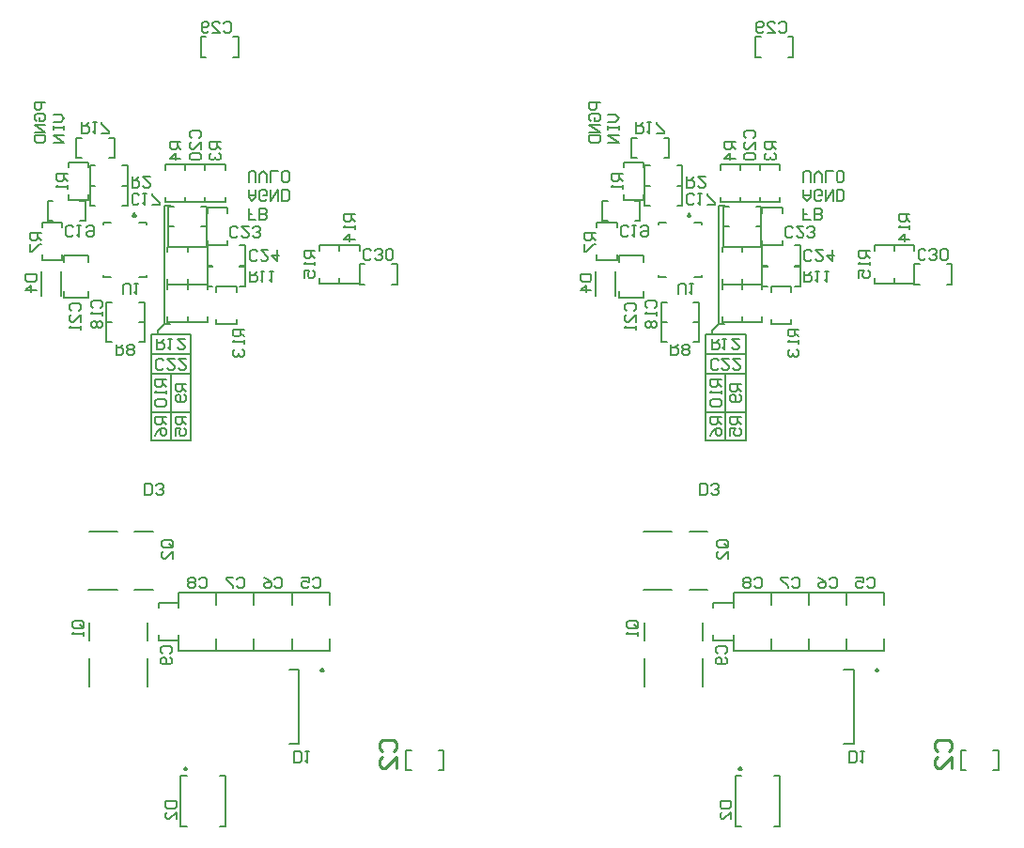
<source format=gbo>
G04*
G04 #@! TF.GenerationSoftware,Altium Limited,Altium Designer,20.0.10 (225)*
G04*
G04 Layer_Color=32896*
%FSLAX25Y25*%
%MOIN*%
G70*
G01*
G75*
%ADD10C,0.00787*%
%ADD23C,0.01000*%
%ADD55C,0.00984*%
%ADD57C,0.00591*%
%ADD94C,0.00394*%
D10*
X252362Y151575D02*
Y161811D01*
X251969Y192913D02*
X251181D01*
X251181Y192913D02*
X251181Y192913D01*
X247638Y189370D02*
Y190551D01*
X250000Y192913D01*
Y235039D01*
X251181Y192913D02*
X250000D01*
Y199606D01*
X252362Y235039D02*
X250000D01*
X243898Y228248D02*
Y228937D01*
X241240D01*
X231201D02*
X228543D01*
Y228248D02*
Y228937D01*
Y209646D02*
Y210335D01*
X231201Y209646D02*
X228543D01*
X243898D02*
Y210335D01*
Y209646D02*
X241240D01*
X297835Y70276D02*
X294291D01*
X297835Y43898D02*
Y70276D01*
Y43898D02*
X294291D01*
X255906Y14567D02*
Y32677D01*
X271654Y14567D02*
Y32677D01*
X257972D02*
X255906D01*
X257972Y14567D02*
X255906D01*
X271654Y32677D02*
X269587D01*
X271654Y14567D02*
X269587D01*
X259449Y161811D02*
X245276D01*
X252362D02*
Y175197D01*
X259449D02*
X245276D01*
X259449Y182283D02*
X245276D01*
Y151575D02*
Y189370D01*
X259449Y151575D02*
X245276D01*
X259449D02*
Y189370D01*
X245276D01*
X207874Y271654D02*
X203938D01*
Y269686D01*
X204594Y269030D01*
X205906D01*
X206562Y269686D01*
Y271654D01*
X204594Y265094D02*
X203938Y265750D01*
Y267062D01*
X204594Y267718D01*
X207218D01*
X207874Y267062D01*
Y265750D01*
X207218Y265094D01*
X205906D01*
Y266406D01*
X207874Y263782D02*
X203938D01*
X207874Y261158D01*
X203938D01*
Y259846D02*
X207874D01*
Y257878D01*
X207218Y257223D01*
X204594D01*
X203938Y257878D01*
Y259846D01*
X210631Y267323D02*
X213255D01*
X214567Y266011D01*
X213255Y264699D01*
X210631D01*
Y263387D02*
Y262075D01*
Y262731D01*
X214567D01*
Y263387D01*
Y262075D01*
Y260107D02*
X210631D01*
X214567Y257484D01*
X210631D01*
X279921Y240551D02*
Y237927D01*
X281233Y236615D01*
X282545Y237927D01*
Y240551D01*
Y238583D01*
X279921D01*
X286481Y237271D02*
X285825Y236615D01*
X284513D01*
X283857Y237271D01*
Y239895D01*
X284513Y240551D01*
X285825D01*
X286481Y239895D01*
Y238583D01*
X285169D01*
X287793Y240551D02*
Y236615D01*
X290417Y240551D01*
Y236615D01*
X291728D02*
Y240551D01*
X293696D01*
X294352Y239895D01*
Y237271D01*
X293696Y236615D01*
X291728D01*
X282545Y229923D02*
X279921D01*
Y231890D01*
X281233D01*
X279921D01*
Y233858D01*
X283857Y229923D02*
Y233858D01*
X285825D01*
X286481Y233202D01*
Y232546D01*
X285825Y231890D01*
X283857D01*
X285825D01*
X286481Y231235D01*
Y230578D01*
X285825Y229923D01*
X283857D01*
X279921Y243308D02*
Y246588D01*
X280577Y247244D01*
X281889D01*
X282545Y246588D01*
Y243308D01*
X283857D02*
Y245932D01*
X285169Y247244D01*
X286481Y245932D01*
Y243308D01*
X287793D02*
Y247244D01*
X290417D01*
X293696Y243308D02*
X292384D01*
X291728Y243964D01*
Y246588D01*
X292384Y247244D01*
X293696D01*
X294352Y246588D01*
Y243964D01*
X293696Y243308D01*
X271128Y299737D02*
X271784Y300393D01*
X273096D01*
X273752Y299737D01*
Y297113D01*
X273096Y296457D01*
X271784D01*
X271128Y297113D01*
X267192Y296457D02*
X269816D01*
X267192Y299081D01*
Y299737D01*
X267848Y300393D01*
X269160D01*
X269816Y299737D01*
X265880Y297113D02*
X265224Y296457D01*
X263912D01*
X263256Y297113D01*
Y299737D01*
X263912Y300393D01*
X265224D01*
X265880Y299737D01*
Y299081D01*
X265224Y298425D01*
X263256D01*
X243177Y132284D02*
Y136220D01*
X245145D01*
X245801Y135564D01*
Y132940D01*
X245145Y132284D01*
X243177D01*
X247113Y132940D02*
X247769Y132284D01*
X249080D01*
X249736Y132940D01*
Y133596D01*
X249080Y134252D01*
X248425D01*
X249080D01*
X249736Y134908D01*
Y135564D01*
X249080Y136220D01*
X247769D01*
X247113Y135564D01*
X250787Y159973D02*
X246851D01*
Y158005D01*
X247507Y157349D01*
X248819D01*
X249475Y158005D01*
Y159973D01*
Y158661D02*
X250787Y157349D01*
X246851Y153413D02*
X247507Y154725D01*
X248819Y156037D01*
X250131D01*
X250787Y155381D01*
Y154069D01*
X250131Y153413D01*
X249475D01*
X248819Y154069D01*
Y156037D01*
X220671Y264566D02*
Y260630D01*
X222639D01*
X223295Y261286D01*
Y262598D01*
X222639Y263254D01*
X220671D01*
X221983D02*
X223295Y264566D01*
X224607D02*
X225919D01*
X225263D01*
Y260630D01*
X224607Y261286D01*
X227886Y260630D02*
X230510D01*
Y261286D01*
X227886Y263910D01*
Y264566D01*
X303543Y219093D02*
X299607D01*
Y217125D01*
X300263Y216469D01*
X301575D01*
X302231Y217125D01*
Y219093D01*
Y217781D02*
X303543Y216469D01*
Y215157D02*
Y213845D01*
Y214501D01*
X299607D01*
X300263Y215157D01*
X299607Y209254D02*
Y211877D01*
X301575D01*
X300919Y210565D01*
Y209910D01*
X301575Y209254D01*
X302887D01*
X303543Y209910D01*
Y211221D01*
X302887Y211877D01*
X317716Y232085D02*
X313780D01*
Y230117D01*
X314436Y229461D01*
X315748D01*
X316404Y230117D01*
Y232085D01*
Y230773D02*
X317716Y229461D01*
Y228149D02*
Y226837D01*
Y227493D01*
X313780D01*
X314436Y228149D01*
X317716Y222902D02*
X313780D01*
X315748Y224869D01*
Y222246D01*
X323360Y216405D02*
X322705Y215749D01*
X321393D01*
X320737Y216405D01*
Y219028D01*
X321393Y219684D01*
X322705D01*
X323360Y219028D01*
X324672Y216405D02*
X325328Y215749D01*
X326640D01*
X327296Y216405D01*
Y217061D01*
X326640Y217717D01*
X325984D01*
X326640D01*
X327296Y218373D01*
Y219028D01*
X326640Y219684D01*
X325328D01*
X324672Y219028D01*
X328608Y216405D02*
X329264Y215749D01*
X330576D01*
X331232Y216405D01*
Y219028D01*
X330576Y219684D01*
X329264D01*
X328608Y219028D01*
Y216405D01*
X200788Y210760D02*
X204724D01*
Y208792D01*
X204068Y208136D01*
X201444D01*
X200788Y208792D01*
Y210760D01*
X204724Y204856D02*
X200788D01*
X202756Y206824D01*
Y204201D01*
X296195Y37402D02*
Y41338D01*
X298163D01*
X298819Y40682D01*
Y38058D01*
X298163Y37402D01*
X296195D01*
X300131Y41338D02*
X301443D01*
X300787D01*
Y37402D01*
X300131Y38058D01*
X250787Y173424D02*
X246851D01*
Y171456D01*
X247507Y170800D01*
X248819D01*
X249475Y171456D01*
Y173424D01*
Y172112D02*
X250787Y170800D01*
Y169488D02*
Y168176D01*
Y168832D01*
X246851D01*
X247507Y169488D01*
Y166208D02*
X246851Y165552D01*
Y164240D01*
X247507Y163584D01*
X250131D01*
X250787Y164240D01*
Y165552D01*
X250131Y166208D01*
X247507D01*
X257873Y171784D02*
X253938D01*
Y169816D01*
X254594Y169160D01*
X255906D01*
X256561Y169816D01*
Y171784D01*
Y170472D02*
X257873Y169160D01*
X257217Y167848D02*
X257873Y167192D01*
Y165880D01*
X257217Y165224D01*
X254594D01*
X253938Y165880D01*
Y167192D01*
X254594Y167848D01*
X255250D01*
X255906Y167192D01*
Y165224D01*
X280315Y211810D02*
Y207875D01*
X282283D01*
X282939Y208531D01*
Y209842D01*
X282283Y210498D01*
X280315D01*
X281627D02*
X282939Y211810D01*
X284251D02*
X285563D01*
X284907D01*
Y207875D01*
X284251Y208531D01*
X287530Y211810D02*
X288842D01*
X288187D01*
Y207875D01*
X287530Y208531D01*
X247443Y187795D02*
Y183859D01*
X249410D01*
X250066Y184515D01*
Y185827D01*
X249410Y186483D01*
X247443D01*
X248754D02*
X250066Y187795D01*
X251378D02*
X252690D01*
X252034D01*
Y183859D01*
X251378Y184515D01*
X257282Y187795D02*
X254658D01*
X257282Y185171D01*
Y184515D01*
X256626Y183859D01*
X255314D01*
X254658Y184515D01*
X276116Y224279D02*
X275460Y223623D01*
X274149D01*
X273493Y224279D01*
Y226903D01*
X274149Y227558D01*
X275460D01*
X276116Y226903D01*
X280052Y227558D02*
X277428D01*
X280052Y224935D01*
Y224279D01*
X279396Y223623D01*
X278084D01*
X277428Y224279D01*
X281364D02*
X282020Y223623D01*
X283332D01*
X283988Y224279D01*
Y224935D01*
X283332Y225590D01*
X282676D01*
X283332D01*
X283988Y226247D01*
Y226903D01*
X283332Y227558D01*
X282020D01*
X281364Y226903D01*
X282939Y216011D02*
X282283Y215355D01*
X280971D01*
X280315Y216011D01*
Y218635D01*
X280971Y219291D01*
X282283D01*
X282939Y218635D01*
X286875Y219291D02*
X284251D01*
X286875Y216667D01*
Y216011D01*
X286219Y215355D01*
X284907D01*
X284251Y216011D01*
X290154Y219291D02*
Y215355D01*
X288186Y217323D01*
X290810D01*
X249738Y177428D02*
X249082Y176772D01*
X247771D01*
X247115Y177428D01*
Y180052D01*
X247771Y180708D01*
X249082D01*
X249738Y180052D01*
X253674Y180708D02*
X251050D01*
X253674Y178084D01*
Y177428D01*
X253018Y176772D01*
X251706D01*
X251050Y177428D01*
X257610Y180708D02*
X254986D01*
X257610Y178084D01*
Y177428D01*
X256954Y176772D01*
X255642D01*
X254986Y177428D01*
X278346Y191140D02*
X274410D01*
Y189172D01*
X275066Y188516D01*
X276378D01*
X277034Y189172D01*
Y191140D01*
Y189828D02*
X278346Y188516D01*
Y187204D02*
Y185892D01*
Y186548D01*
X274410D01*
X275066Y187204D01*
Y183925D02*
X274410Y183269D01*
Y181957D01*
X275066Y181301D01*
X275722D01*
X276378Y181957D01*
Y182613D01*
Y181957D01*
X277034Y181301D01*
X277690D01*
X278346Y181957D01*
Y183269D01*
X277690Y183925D01*
X257873Y159973D02*
X253938D01*
Y158005D01*
X254594Y157349D01*
X255906D01*
X256561Y158005D01*
Y159973D01*
Y158661D02*
X257873Y157349D01*
X253938Y153413D02*
Y156037D01*
X255906D01*
X255250Y154725D01*
Y154069D01*
X255906Y153413D01*
X257217D01*
X257873Y154069D01*
Y155381D01*
X257217Y156037D01*
X235565Y203544D02*
Y206824D01*
X236221Y207480D01*
X237533D01*
X238189Y206824D01*
Y203544D01*
X239501Y207480D02*
X240813D01*
X240157D01*
Y203544D01*
X239501Y204200D01*
X232941Y185826D02*
Y181890D01*
X234909D01*
X235564Y182546D01*
Y183858D01*
X234909Y184514D01*
X232941D01*
X234253D02*
X235564Y185826D01*
X236876Y182546D02*
X237532Y181890D01*
X238844D01*
X239500Y182546D01*
Y183202D01*
X238844Y183858D01*
X239500Y184514D01*
Y185170D01*
X238844Y185826D01*
X237532D01*
X236876Y185170D01*
Y184514D01*
X237532Y183858D01*
X236876Y183202D01*
Y182546D01*
X237532Y183858D02*
X238844D01*
X255905Y257741D02*
X251969D01*
Y255773D01*
X252625Y255117D01*
X253937D01*
X254593Y255773D01*
Y257741D01*
Y256429D02*
X255905Y255117D01*
Y251837D02*
X251969D01*
X253937Y253805D01*
Y251181D01*
X206299Y225327D02*
X202363D01*
Y223359D01*
X203019Y222703D01*
X204331D01*
X204987Y223359D01*
Y225327D01*
Y224015D02*
X206299Y222703D01*
X202363Y221391D02*
Y218767D01*
X203019D01*
X205643Y221391D01*
X206299D01*
X270078Y257741D02*
X266142D01*
Y255773D01*
X266798Y255117D01*
X268110D01*
X268766Y255773D01*
Y257741D01*
Y256429D02*
X270078Y255117D01*
X266798Y253805D02*
X266142Y253149D01*
Y251837D01*
X266798Y251181D01*
X267454D01*
X268110Y251837D01*
Y252493D01*
Y251837D01*
X268766Y251181D01*
X269422D01*
X270078Y251837D01*
Y253149D01*
X269422Y253805D01*
X215747Y246325D02*
X211812D01*
Y244357D01*
X212468Y243701D01*
X213779D01*
X214436Y244357D01*
Y246325D01*
Y245013D02*
X215747Y243701D01*
Y242389D02*
Y241077D01*
Y241733D01*
X211812D01*
X212468Y242389D01*
X238583Y245275D02*
Y241339D01*
X240550D01*
X241207Y241995D01*
Y243307D01*
X240550Y243963D01*
X238583D01*
X239895D02*
X241207Y245275D01*
X245142D02*
X242518D01*
X245142Y242651D01*
Y241995D01*
X244486Y241339D01*
X243174D01*
X242518Y241995D01*
X289239Y102492D02*
X289895Y103148D01*
X291207D01*
X291863Y102492D01*
Y99869D01*
X291207Y99213D01*
X289895D01*
X289239Y99869D01*
X285303Y103148D02*
X286615Y102492D01*
X287927Y101181D01*
Y99869D01*
X287271Y99213D01*
X285959D01*
X285303Y99869D01*
Y100524D01*
X285959Y101181D01*
X287927D01*
X259712Y259053D02*
X259056Y259708D01*
Y261020D01*
X259712Y261676D01*
X262335D01*
X262991Y261020D01*
Y259708D01*
X262335Y259053D01*
X262991Y255117D02*
Y257741D01*
X260368Y255117D01*
X259712D01*
X259056Y255773D01*
Y257085D01*
X259712Y257741D01*
Y253805D02*
X259056Y253149D01*
Y251837D01*
X259712Y251181D01*
X262335D01*
X262991Y251837D01*
Y253149D01*
X262335Y253805D01*
X259712D01*
X217783Y224672D02*
X217127Y224016D01*
X215815D01*
X215159Y224672D01*
Y227296D01*
X215815Y227952D01*
X217127D01*
X217783Y227296D01*
X219095Y227952D02*
X220407D01*
X219751D01*
Y224016D01*
X219095Y224672D01*
X222375Y227296D02*
X223030Y227952D01*
X224342D01*
X224998Y227296D01*
Y224672D01*
X224342Y224016D01*
X223030D01*
X222375Y224672D01*
Y225328D01*
X223030Y225984D01*
X224998D01*
X224672Y198752D02*
X224016Y199408D01*
Y200720D01*
X224672Y201376D01*
X227296D01*
X227952Y200720D01*
Y199408D01*
X227296Y198752D01*
X227952Y197441D02*
Y196129D01*
Y196785D01*
X224016D01*
X224672Y197441D01*
Y194161D02*
X224016Y193505D01*
Y192193D01*
X224672Y191537D01*
X225328D01*
X225984Y192193D01*
X226640Y191537D01*
X227296D01*
X227952Y192193D01*
Y193505D01*
X227296Y194161D01*
X226640D01*
X225984Y193505D01*
X225328Y194161D01*
X224672D01*
X225984Y193505D02*
Y192193D01*
X302625Y102492D02*
X303280Y103148D01*
X304592D01*
X305248Y102492D01*
Y99869D01*
X304592Y99213D01*
X303280D01*
X302625Y99869D01*
X298689Y103148D02*
X301313D01*
Y101181D01*
X300001Y101836D01*
X299345D01*
X298689Y101181D01*
Y99869D01*
X299345Y99213D01*
X300657D01*
X301313Y99869D01*
X241207Y236090D02*
X240550Y235434D01*
X239239D01*
X238583Y236090D01*
Y238714D01*
X239239Y239369D01*
X240550D01*
X241207Y238714D01*
X242518Y239369D02*
X243830D01*
X243174D01*
Y235434D01*
X242518Y236090D01*
X245798Y235434D02*
X248422D01*
Y236090D01*
X245798Y238714D01*
Y239369D01*
X217192Y197637D02*
X216536Y198293D01*
Y199605D01*
X217192Y200261D01*
X219816D01*
X220472Y199605D01*
Y198293D01*
X219816Y197637D01*
X220472Y193701D02*
Y196325D01*
X217848Y193701D01*
X217192D01*
X216536Y194357D01*
Y195669D01*
X217192Y196325D01*
X220472Y192390D02*
Y191078D01*
Y191734D01*
X216536D01*
X217192Y192390D01*
X275853Y102492D02*
X276509Y103148D01*
X277821D01*
X278477Y102492D01*
Y99869D01*
X277821Y99213D01*
X276509D01*
X275853Y99869D01*
X274541Y103148D02*
X271917D01*
Y102492D01*
X274541Y99869D01*
Y99213D01*
X252493Y113648D02*
X249869D01*
X249213Y114304D01*
Y115616D01*
X249869Y116272D01*
X252493D01*
X253149Y115616D01*
Y114304D01*
X251837Y114960D02*
X253149Y113648D01*
Y114304D02*
X252493Y113648D01*
X253149Y109712D02*
Y112336D01*
X250525Y109712D01*
X249869D01*
X249213Y110368D01*
Y111680D01*
X249869Y112336D01*
X220603Y85039D02*
X217979D01*
X217323Y85695D01*
Y87007D01*
X217979Y87663D01*
X220603D01*
X221259Y87007D01*
Y85695D01*
X219947Y86351D02*
X221259Y85039D01*
Y85695D02*
X220603Y85039D01*
X221259Y83727D02*
Y82415D01*
Y83072D01*
X217323D01*
X217979Y83727D01*
X249476Y76116D02*
X248819Y76772D01*
Y78084D01*
X249476Y78740D01*
X252099D01*
X252755Y78084D01*
Y76772D01*
X252099Y76116D01*
Y74804D02*
X252755Y74148D01*
Y72837D01*
X252099Y72181D01*
X249476D01*
X248819Y72837D01*
Y74148D01*
X249476Y74804D01*
X250132D01*
X250787Y74148D01*
Y72181D01*
X250394Y23752D02*
X254330D01*
Y21784D01*
X253674Y21128D01*
X251050D01*
X250394Y21784D01*
Y23752D01*
X254330Y17193D02*
Y19816D01*
X251706Y17193D01*
X251050D01*
X250394Y17849D01*
Y19161D01*
X251050Y19816D01*
X262467Y102492D02*
X263123Y103148D01*
X264435D01*
X265091Y102492D01*
Y99869D01*
X264435Y99213D01*
X263123D01*
X262467Y99869D01*
X261155Y102492D02*
X260499Y103148D01*
X259187D01*
X258531Y102492D01*
Y101836D01*
X259187Y101181D01*
X258531Y100524D01*
Y99869D01*
X259187Y99213D01*
X260499D01*
X261155Y99869D01*
Y100524D01*
X260499Y101181D01*
X261155Y101836D01*
Y102492D01*
X260499Y101181D02*
X259187D01*
X55512Y151575D02*
Y161811D01*
X55118Y192913D02*
X54331D01*
X54331Y192913D02*
X54331Y192913D01*
X50787Y189370D02*
Y190551D01*
X53150Y192913D01*
Y235039D01*
X54331Y192913D02*
X53150D01*
Y199606D01*
X55512Y235039D02*
X53150D01*
X47047Y228248D02*
Y228937D01*
X44390D01*
X34350D02*
X31693D01*
Y228248D02*
Y228937D01*
Y209646D02*
Y210335D01*
X34350Y209646D02*
X31693D01*
X47047D02*
Y210335D01*
Y209646D02*
X44390D01*
X100984Y70276D02*
X97441D01*
X100984Y43898D02*
Y70276D01*
Y43898D02*
X97441D01*
X59055Y14567D02*
Y32677D01*
X74803Y14567D02*
Y32677D01*
X61122D02*
X59055D01*
X61122Y14567D02*
X59055D01*
X74803Y32677D02*
X72736D01*
X74803Y14567D02*
X72736D01*
X62598Y161811D02*
X48425D01*
X55512D02*
Y175197D01*
X62598D02*
X48425D01*
X62598Y182283D02*
X48425D01*
Y151575D02*
Y189370D01*
X62598Y151575D02*
X48425D01*
X62598D02*
Y189370D01*
X48425D01*
X11024Y271654D02*
X7088D01*
Y269686D01*
X7744Y269030D01*
X9056D01*
X9712Y269686D01*
Y271654D01*
X7744Y265094D02*
X7088Y265750D01*
Y267062D01*
X7744Y267718D01*
X10368D01*
X11024Y267062D01*
Y265750D01*
X10368Y265094D01*
X9056D01*
Y266406D01*
X11024Y263782D02*
X7088D01*
X11024Y261158D01*
X7088D01*
Y259846D02*
X11024D01*
Y257878D01*
X10368Y257223D01*
X7744D01*
X7088Y257878D01*
Y259846D01*
X13781Y267323D02*
X16405D01*
X17717Y266011D01*
X16405Y264699D01*
X13781D01*
Y263387D02*
Y262075D01*
Y262731D01*
X17717D01*
Y263387D01*
Y262075D01*
Y260107D02*
X13781D01*
X17717Y257484D01*
X13781D01*
X83071Y240551D02*
Y237927D01*
X84383Y236615D01*
X85695Y237927D01*
Y240551D01*
Y238583D01*
X83071D01*
X89630Y237271D02*
X88974Y236615D01*
X87663D01*
X87007Y237271D01*
Y239895D01*
X87663Y240551D01*
X88974D01*
X89630Y239895D01*
Y238583D01*
X88319D01*
X90942Y240551D02*
Y236615D01*
X93566Y240551D01*
Y236615D01*
X94878D02*
Y240551D01*
X96846D01*
X97502Y239895D01*
Y237271D01*
X96846Y236615D01*
X94878D01*
X85695Y229923D02*
X83071D01*
Y231890D01*
X84383D01*
X83071D01*
Y233858D01*
X87007Y229923D02*
Y233858D01*
X88974D01*
X89630Y233202D01*
Y232546D01*
X88974Y231890D01*
X87007D01*
X88974D01*
X89630Y231235D01*
Y230578D01*
X88974Y229923D01*
X87007D01*
X83071Y243308D02*
Y246588D01*
X83727Y247244D01*
X85039D01*
X85695Y246588D01*
Y243308D01*
X87007D02*
Y245932D01*
X88319Y247244D01*
X89630Y245932D01*
Y243308D01*
X90942D02*
Y247244D01*
X93566D01*
X96846Y243308D02*
X95534D01*
X94878Y243964D01*
Y246588D01*
X95534Y247244D01*
X96846D01*
X97502Y246588D01*
Y243964D01*
X96846Y243308D01*
X74277Y299737D02*
X74933Y300393D01*
X76245D01*
X76901Y299737D01*
Y297113D01*
X76245Y296457D01*
X74933D01*
X74277Y297113D01*
X70342Y296457D02*
X72966D01*
X70342Y299081D01*
Y299737D01*
X70998Y300393D01*
X72309D01*
X72966Y299737D01*
X69030Y297113D02*
X68374Y296457D01*
X67062D01*
X66406Y297113D01*
Y299737D01*
X67062Y300393D01*
X68374D01*
X69030Y299737D01*
Y299081D01*
X68374Y298425D01*
X66406D01*
X46327Y132284D02*
Y136220D01*
X48294D01*
X48950Y135564D01*
Y132940D01*
X48294Y132284D01*
X46327D01*
X50262Y132940D02*
X50918Y132284D01*
X52230D01*
X52886Y132940D01*
Y133596D01*
X52230Y134252D01*
X51574D01*
X52230D01*
X52886Y134908D01*
Y135564D01*
X52230Y136220D01*
X50918D01*
X50262Y135564D01*
X53936Y159973D02*
X50001D01*
Y158005D01*
X50657Y157349D01*
X51968D01*
X52624Y158005D01*
Y159973D01*
Y158661D02*
X53936Y157349D01*
X50001Y153413D02*
X50657Y154725D01*
X51968Y156037D01*
X53280D01*
X53936Y155381D01*
Y154069D01*
X53280Y153413D01*
X52624D01*
X51968Y154069D01*
Y156037D01*
X23821Y264566D02*
Y260630D01*
X25788D01*
X26444Y261286D01*
Y262598D01*
X25788Y263254D01*
X23821D01*
X25132D02*
X26444Y264566D01*
X27756D02*
X29068D01*
X28412D01*
Y260630D01*
X27756Y261286D01*
X31036Y260630D02*
X33660D01*
Y261286D01*
X31036Y263910D01*
Y264566D01*
X106692Y219093D02*
X102757D01*
Y217125D01*
X103412Y216469D01*
X104724D01*
X105380Y217125D01*
Y219093D01*
Y217781D02*
X106692Y216469D01*
Y215157D02*
Y213845D01*
Y214501D01*
X102757D01*
X103412Y215157D01*
X102757Y209254D02*
Y211877D01*
X104724D01*
X104069Y210565D01*
Y209910D01*
X104724Y209254D01*
X106036D01*
X106692Y209910D01*
Y211221D01*
X106036Y211877D01*
X120865Y232085D02*
X116930D01*
Y230117D01*
X117586Y229461D01*
X118898D01*
X119554Y230117D01*
Y232085D01*
Y230773D02*
X120865Y229461D01*
Y228149D02*
Y226837D01*
Y227493D01*
X116930D01*
X117586Y228149D01*
X120865Y222902D02*
X116930D01*
X118898Y224869D01*
Y222246D01*
X126510Y216405D02*
X125854Y215749D01*
X124542D01*
X123886Y216405D01*
Y219028D01*
X124542Y219684D01*
X125854D01*
X126510Y219028D01*
X127822Y216405D02*
X128478Y215749D01*
X129790D01*
X130446Y216405D01*
Y217061D01*
X129790Y217717D01*
X129134D01*
X129790D01*
X130446Y218373D01*
Y219028D01*
X129790Y219684D01*
X128478D01*
X127822Y219028D01*
X131758Y216405D02*
X132414Y215749D01*
X133726D01*
X134381Y216405D01*
Y219028D01*
X133726Y219684D01*
X132414D01*
X131758Y219028D01*
Y216405D01*
X3938Y210760D02*
X7873D01*
Y208792D01*
X7217Y208136D01*
X4594D01*
X3938Y208792D01*
Y210760D01*
X7873Y204856D02*
X3938D01*
X5906Y206824D01*
Y204201D01*
X99345Y37402D02*
Y41338D01*
X101313D01*
X101969Y40682D01*
Y38058D01*
X101313Y37402D01*
X99345D01*
X103280Y41338D02*
X104592D01*
X103936D01*
Y37402D01*
X103280Y38058D01*
X53936Y173424D02*
X50001D01*
Y171456D01*
X50657Y170800D01*
X51968D01*
X52624Y171456D01*
Y173424D01*
Y172112D02*
X53936Y170800D01*
Y169488D02*
Y168176D01*
Y168832D01*
X50001D01*
X50657Y169488D01*
Y166208D02*
X50001Y165552D01*
Y164240D01*
X50657Y163584D01*
X53280D01*
X53936Y164240D01*
Y165552D01*
X53280Y166208D01*
X50657D01*
X61023Y171784D02*
X57087D01*
Y169816D01*
X57743Y169160D01*
X59055D01*
X59711Y169816D01*
Y171784D01*
Y170472D02*
X61023Y169160D01*
X60367Y167848D02*
X61023Y167192D01*
Y165880D01*
X60367Y165224D01*
X57743D01*
X57087Y165880D01*
Y167192D01*
X57743Y167848D01*
X58399D01*
X59055Y167192D01*
Y165224D01*
X83465Y211810D02*
Y207875D01*
X85432D01*
X86088Y208531D01*
Y209842D01*
X85432Y210498D01*
X83465D01*
X84777D02*
X86088Y211810D01*
X87400D02*
X88712D01*
X88056D01*
Y207875D01*
X87400Y208531D01*
X90680Y211810D02*
X91992D01*
X91336D01*
Y207875D01*
X90680Y208531D01*
X50592Y187795D02*
Y183859D01*
X52560D01*
X53216Y184515D01*
Y185827D01*
X52560Y186483D01*
X50592D01*
X51904D02*
X53216Y187795D01*
X54528D02*
X55840D01*
X55184D01*
Y183859D01*
X54528Y184515D01*
X60431Y187795D02*
X57808D01*
X60431Y185171D01*
Y184515D01*
X59776Y183859D01*
X58464D01*
X57808Y184515D01*
X79266Y224279D02*
X78610Y223623D01*
X77298D01*
X76642Y224279D01*
Y226903D01*
X77298Y227558D01*
X78610D01*
X79266Y226903D01*
X83202Y227558D02*
X80578D01*
X83202Y224935D01*
Y224279D01*
X82546Y223623D01*
X81234D01*
X80578Y224279D01*
X84514D02*
X85170Y223623D01*
X86481D01*
X87137Y224279D01*
Y224935D01*
X86481Y225590D01*
X85826D01*
X86481D01*
X87137Y226247D01*
Y226903D01*
X86481Y227558D01*
X85170D01*
X84514Y226903D01*
X86088Y216011D02*
X85432Y215355D01*
X84121D01*
X83465Y216011D01*
Y218635D01*
X84121Y219291D01*
X85432D01*
X86088Y218635D01*
X90024Y219291D02*
X87400D01*
X90024Y216667D01*
Y216011D01*
X89368Y215355D01*
X88056D01*
X87400Y216011D01*
X93304Y219291D02*
Y215355D01*
X91336Y217323D01*
X93960D01*
X52888Y177428D02*
X52232Y176772D01*
X50920D01*
X50264Y177428D01*
Y180052D01*
X50920Y180708D01*
X52232D01*
X52888Y180052D01*
X56824Y180708D02*
X54200D01*
X56824Y178084D01*
Y177428D01*
X56168Y176772D01*
X54856D01*
X54200Y177428D01*
X60760Y180708D02*
X58136D01*
X60760Y178084D01*
Y177428D01*
X60103Y176772D01*
X58792D01*
X58136Y177428D01*
X81495Y191140D02*
X77560D01*
Y189172D01*
X78216Y188516D01*
X79528D01*
X80184Y189172D01*
Y191140D01*
Y189828D02*
X81495Y188516D01*
Y187204D02*
Y185892D01*
Y186548D01*
X77560D01*
X78216Y187204D01*
Y183925D02*
X77560Y183269D01*
Y181957D01*
X78216Y181301D01*
X78872D01*
X79528Y181957D01*
Y182613D01*
Y181957D01*
X80184Y181301D01*
X80840D01*
X81495Y181957D01*
Y183269D01*
X80840Y183925D01*
X61023Y159973D02*
X57087D01*
Y158005D01*
X57743Y157349D01*
X59055D01*
X59711Y158005D01*
Y159973D01*
Y158661D02*
X61023Y157349D01*
X57087Y153413D02*
Y156037D01*
X59055D01*
X58399Y154725D01*
Y154069D01*
X59055Y153413D01*
X60367D01*
X61023Y154069D01*
Y155381D01*
X60367Y156037D01*
X38715Y203544D02*
Y206824D01*
X39371Y207480D01*
X40683D01*
X41339Y206824D01*
Y203544D01*
X42650Y207480D02*
X43962D01*
X43306D01*
Y203544D01*
X42650Y204200D01*
X36090Y185826D02*
Y181890D01*
X38058D01*
X38714Y182546D01*
Y183858D01*
X38058Y184514D01*
X36090D01*
X37402D02*
X38714Y185826D01*
X40026Y182546D02*
X40682Y181890D01*
X41994D01*
X42650Y182546D01*
Y183202D01*
X41994Y183858D01*
X42650Y184514D01*
Y185170D01*
X41994Y185826D01*
X40682D01*
X40026Y185170D01*
Y184514D01*
X40682Y183858D01*
X40026Y183202D01*
Y182546D01*
X40682Y183858D02*
X41994D01*
X59054Y257741D02*
X55119D01*
Y255773D01*
X55775Y255117D01*
X57087D01*
X57743Y255773D01*
Y257741D01*
Y256429D02*
X59054Y255117D01*
Y251837D02*
X55119D01*
X57087Y253805D01*
Y251181D01*
X9448Y225327D02*
X5512D01*
Y223359D01*
X6168Y222703D01*
X7480D01*
X8136Y223359D01*
Y225327D01*
Y224015D02*
X9448Y222703D01*
X5512Y221391D02*
Y218767D01*
X6168D01*
X8792Y221391D01*
X9448D01*
X73228Y257741D02*
X69292D01*
Y255773D01*
X69948Y255117D01*
X71260D01*
X71916Y255773D01*
Y257741D01*
Y256429D02*
X73228Y255117D01*
X69948Y253805D02*
X69292Y253149D01*
Y251837D01*
X69948Y251181D01*
X70604D01*
X71260Y251837D01*
Y252493D01*
Y251837D01*
X71916Y251181D01*
X72572D01*
X73228Y251837D01*
Y253149D01*
X72572Y253805D01*
X18897Y246325D02*
X14961D01*
Y244357D01*
X15617Y243701D01*
X16929D01*
X17585Y244357D01*
Y246325D01*
Y245013D02*
X18897Y243701D01*
Y242389D02*
Y241077D01*
Y241733D01*
X14961D01*
X15617Y242389D01*
X41732Y245275D02*
Y241339D01*
X43700D01*
X44356Y241995D01*
Y243307D01*
X43700Y243963D01*
X41732D01*
X43044D02*
X44356Y245275D01*
X48292D02*
X45668D01*
X48292Y242651D01*
Y241995D01*
X47636Y241339D01*
X46324D01*
X45668Y241995D01*
X92388Y102492D02*
X93044Y103148D01*
X94356D01*
X95012Y102492D01*
Y99869D01*
X94356Y99213D01*
X93044D01*
X92388Y99869D01*
X88453Y103148D02*
X89764Y102492D01*
X91076Y101181D01*
Y99869D01*
X90420Y99213D01*
X89109D01*
X88453Y99869D01*
Y100524D01*
X89109Y101181D01*
X91076D01*
X62861Y259053D02*
X62205Y259708D01*
Y261020D01*
X62861Y261676D01*
X65485D01*
X66141Y261020D01*
Y259708D01*
X65485Y259053D01*
X66141Y255117D02*
Y257741D01*
X63517Y255117D01*
X62861D01*
X62205Y255773D01*
Y257085D01*
X62861Y257741D01*
Y253805D02*
X62205Y253149D01*
Y251837D01*
X62861Y251181D01*
X65485D01*
X66141Y251837D01*
Y253149D01*
X65485Y253805D01*
X62861D01*
X20933Y224672D02*
X20277Y224016D01*
X18965D01*
X18309Y224672D01*
Y227296D01*
X18965Y227952D01*
X20277D01*
X20933Y227296D01*
X22244Y227952D02*
X23556D01*
X22900D01*
Y224016D01*
X22244Y224672D01*
X25524Y227296D02*
X26180Y227952D01*
X27492D01*
X28148Y227296D01*
Y224672D01*
X27492Y224016D01*
X26180D01*
X25524Y224672D01*
Y225328D01*
X26180Y225984D01*
X28148D01*
X27822Y198752D02*
X27166Y199408D01*
Y200720D01*
X27822Y201376D01*
X30446D01*
X31102Y200720D01*
Y199408D01*
X30446Y198752D01*
X31102Y197441D02*
Y196129D01*
Y196785D01*
X27166D01*
X27822Y197441D01*
Y194161D02*
X27166Y193505D01*
Y192193D01*
X27822Y191537D01*
X28478D01*
X29134Y192193D01*
X29790Y191537D01*
X30446D01*
X31102Y192193D01*
Y193505D01*
X30446Y194161D01*
X29790D01*
X29134Y193505D01*
X28478Y194161D01*
X27822D01*
X29134Y193505D02*
Y192193D01*
X105774Y102492D02*
X106430Y103148D01*
X107742D01*
X108398Y102492D01*
Y99869D01*
X107742Y99213D01*
X106430D01*
X105774Y99869D01*
X101838Y103148D02*
X104462D01*
Y101181D01*
X103150Y101836D01*
X102494D01*
X101838Y101181D01*
Y99869D01*
X102494Y99213D01*
X103806D01*
X104462Y99869D01*
X44356Y236090D02*
X43700Y235434D01*
X42388D01*
X41732Y236090D01*
Y238714D01*
X42388Y239369D01*
X43700D01*
X44356Y238714D01*
X45668Y239369D02*
X46980D01*
X46324D01*
Y235434D01*
X45668Y236090D01*
X48948Y235434D02*
X51572D01*
Y236090D01*
X48948Y238714D01*
Y239369D01*
X20342Y197637D02*
X19686Y198293D01*
Y199605D01*
X20342Y200261D01*
X22965D01*
X23621Y199605D01*
Y198293D01*
X22965Y197637D01*
X23621Y193701D02*
Y196325D01*
X20998Y193701D01*
X20342D01*
X19686Y194357D01*
Y195669D01*
X20342Y196325D01*
X23621Y192390D02*
Y191078D01*
Y191734D01*
X19686D01*
X20342Y192390D01*
X79002Y102492D02*
X79658Y103148D01*
X80970D01*
X81626Y102492D01*
Y99869D01*
X80970Y99213D01*
X79658D01*
X79002Y99869D01*
X77691Y103148D02*
X75067D01*
Y102492D01*
X77691Y99869D01*
Y99213D01*
X55643Y113648D02*
X53019D01*
X52363Y114304D01*
Y115616D01*
X53019Y116272D01*
X55643D01*
X56299Y115616D01*
Y114304D01*
X54987Y114960D02*
X56299Y113648D01*
Y114304D02*
X55643Y113648D01*
X56299Y109712D02*
Y112336D01*
X53675Y109712D01*
X53019D01*
X52363Y110368D01*
Y111680D01*
X53019Y112336D01*
X23753Y85039D02*
X21129D01*
X20473Y85695D01*
Y87007D01*
X21129Y87663D01*
X23753D01*
X24409Y87007D01*
Y85695D01*
X23097Y86351D02*
X24409Y85039D01*
Y85695D02*
X23753Y85039D01*
X24409Y83727D02*
Y82415D01*
Y83072D01*
X20473D01*
X21129Y83727D01*
X52625Y76116D02*
X51969Y76772D01*
Y78084D01*
X52625Y78740D01*
X55249D01*
X55905Y78084D01*
Y76772D01*
X55249Y76116D01*
Y74804D02*
X55905Y74148D01*
Y72837D01*
X55249Y72181D01*
X52625D01*
X51969Y72837D01*
Y74148D01*
X52625Y74804D01*
X53281D01*
X53937Y74148D01*
Y72181D01*
X53544Y23752D02*
X57480D01*
Y21784D01*
X56824Y21128D01*
X54200D01*
X53544Y21784D01*
Y23752D01*
X57480Y17193D02*
Y19816D01*
X54856Y17193D01*
X54200D01*
X53544Y17849D01*
Y19161D01*
X54200Y19816D01*
X65617Y102492D02*
X66273Y103148D01*
X67585D01*
X68240Y102492D01*
Y99869D01*
X67585Y99213D01*
X66273D01*
X65617Y99869D01*
X64305Y102492D02*
X63649Y103148D01*
X62337D01*
X61681Y102492D01*
Y101836D01*
X62337Y101181D01*
X61681Y100524D01*
Y99869D01*
X62337Y99213D01*
X63649D01*
X64305Y99869D01*
Y100524D01*
X63649Y101181D01*
X64305Y101836D01*
Y102492D01*
X63649Y101181D02*
X62337D01*
D23*
X327528Y41375D02*
X326529Y42375D01*
Y44374D01*
X327528Y45374D01*
X331527D01*
X332527Y44374D01*
Y42375D01*
X331527Y41375D01*
X332527Y35377D02*
Y39376D01*
X328528Y35377D01*
X327528D01*
X326529Y36377D01*
Y38376D01*
X327528Y39376D01*
X130678Y41375D02*
X129678Y42375D01*
Y44374D01*
X130678Y45374D01*
X134677D01*
X135676Y44374D01*
Y42375D01*
X134677Y41375D01*
X135676Y35377D02*
Y39376D01*
X131678Y35377D01*
X130678D01*
X129678Y36377D01*
Y38376D01*
X130678Y39376D01*
D55*
X239173Y232185D02*
X238747Y231447D01*
X239599D01*
X239173Y232185D01*
X305906Y70728D02*
X305479Y69990D01*
X306332D01*
X305906Y70728D01*
X257382Y35728D02*
X256956Y34990D01*
X257808D01*
X257382Y35728D01*
X42323Y232185D02*
X41897Y231447D01*
X42749D01*
X42323Y232185D01*
X109055Y70728D02*
X108629Y69990D01*
X109481D01*
X109055Y70728D01*
X60532Y35728D02*
X60105Y34990D01*
X60958D01*
X60532Y35728D01*
D57*
X276378Y287795D02*
X274508D01*
X276378Y294882D02*
X274508D01*
X276378Y287795D02*
Y294882D01*
X264862D02*
X262992D01*
X264862Y287795D02*
X262992D01*
Y294882D01*
X349213Y34646D02*
X347342D01*
X349213Y41732D02*
X347342D01*
X349213Y34646D02*
Y41732D01*
X337697D02*
X335827D01*
X337697Y34646D02*
X335827D01*
Y41732D01*
X223228Y202362D02*
Y204724D01*
Y202362D02*
X214567D01*
Y204724D01*
Y214961D02*
Y217323D01*
X223228D02*
X214567D01*
X223228Y214961D02*
Y217323D01*
X251181Y193701D02*
Y195571D01*
X258268Y193701D02*
Y195571D01*
Y193701D02*
X251181D01*
X258268Y205217D02*
Y207087D01*
X251181Y205217D02*
Y207087D01*
X258268D02*
X251181D01*
X233268Y119390D02*
X223327D01*
X233268Y98721D02*
X223228D01*
X245965Y119390D02*
X239567D01*
X245965Y98721D02*
X239567D01*
X223524Y64272D02*
Y74213D01*
X244193Y64173D02*
Y74213D01*
X223524Y80512D02*
Y86910D01*
X244193Y80512D02*
Y86910D01*
X213386Y203150D02*
Y211811D01*
X206299Y203150D02*
Y211811D01*
X268504Y97638D02*
X255118D01*
Y93405D02*
Y97638D01*
X268504Y93405D02*
X268504Y97638D01*
X268504Y77165D02*
X255118D01*
X268504D02*
Y81398D01*
X255118Y77165D02*
X255118Y81398D01*
X281890Y97638D02*
X268504D01*
Y93405D02*
Y97638D01*
X281890Y93405D02*
X281890Y97638D01*
X281890Y77165D02*
X268504D01*
X281890D02*
Y81398D01*
X268504Y77165D02*
X268504Y81398D01*
X295276Y97638D02*
X281890D01*
Y93405D02*
Y97638D01*
X295276Y93405D02*
X295276Y97638D01*
X295276Y77165D02*
X281890D01*
X295276D02*
Y81398D01*
X281890Y77165D02*
X281890Y81398D01*
X308661Y97638D02*
X295276D01*
Y93405D02*
Y97638D01*
X308661Y93405D02*
X308661Y97638D01*
X308661Y77165D02*
X295276D01*
X308661D02*
Y81398D01*
X295276Y77165D02*
X295276Y81398D01*
X218898Y251969D02*
Y259055D01*
X220768Y251969D02*
X218898D01*
X220768Y259055D02*
X218898D01*
X232283Y251969D02*
Y259055D01*
X230413D01*
X232283Y251969D02*
X230413D01*
X312205Y207480D02*
X305118D01*
X312205D02*
Y209350D01*
X305118Y207480D02*
Y209350D01*
X312205Y220866D02*
X305118D01*
Y218996D02*
Y220866D01*
X312205Y218996D02*
Y220866D01*
X319291D02*
X312205D01*
Y218996D02*
Y220866D01*
X319291Y218996D02*
Y220866D01*
Y207480D02*
X312205D01*
X319291D02*
Y209350D01*
X312205Y207480D02*
Y209350D01*
X251575Y227559D02*
Y234646D01*
X253445Y227559D02*
X251575D01*
X253445Y234646D02*
X251575D01*
X264961Y227559D02*
Y234646D01*
X263090D01*
X264961Y227559D02*
X263090D01*
X265354Y206299D02*
Y213386D01*
X267224Y206299D02*
X265354D01*
X267224Y213386D02*
X265354D01*
X278740Y206299D02*
Y213386D01*
X276870D01*
X278740Y206299D02*
X276870D01*
X258268Y220472D02*
X251181D01*
Y218602D02*
Y220472D01*
X258268Y218602D02*
Y220472D01*
Y207087D02*
X251181D01*
X258268D02*
Y208957D01*
X251181Y207087D02*
Y208957D01*
X265354Y207087D02*
X258268D01*
X265354D02*
Y208957D01*
X258268Y207087D02*
Y208957D01*
X265354Y220472D02*
X258268D01*
Y218602D02*
Y220472D01*
X265354Y218602D02*
Y220472D01*
X242913Y186614D02*
Y193701D01*
X241043D01*
X242913Y186614D02*
X241043D01*
X229528D02*
Y193701D01*
X231398Y186614D02*
X229528D01*
X231398Y193701D02*
X229528D01*
X213779Y229134D02*
X206693D01*
Y227264D02*
Y229134D01*
X213779Y227264D02*
Y229134D01*
Y215748D02*
X206693D01*
X213779D02*
Y217618D01*
X206693Y215748D02*
Y217618D01*
X275591Y206299D02*
X268504D01*
Y204429D02*
Y206299D01*
X275591Y204429D02*
Y206299D01*
Y192913D02*
X268504D01*
X275591D02*
Y194783D01*
X268504Y192913D02*
Y194783D01*
X265354Y193701D02*
X258268D01*
X265354D02*
Y195571D01*
X258268Y193701D02*
Y195571D01*
X265354Y207087D02*
X258268D01*
Y205217D02*
Y207087D01*
X265354Y205217D02*
Y207087D01*
X257480Y249606D02*
X250394D01*
Y247736D02*
Y249606D01*
X257480Y247736D02*
Y249606D01*
Y236221D02*
X250394D01*
X257480D02*
Y238091D01*
X250394Y236221D02*
Y238091D01*
X271654Y249606D02*
X264567D01*
Y247736D02*
Y249606D01*
X271654Y247736D02*
Y249606D01*
Y236221D02*
X264567D01*
X271654D02*
Y238091D01*
X264567Y236221D02*
Y238091D01*
X223622Y242126D02*
Y249213D01*
X225492Y242126D02*
X223622D01*
X225492Y249213D02*
X223622D01*
X237008Y242126D02*
Y249213D01*
X235138D01*
X237008Y242126D02*
X235138D01*
X223228Y237008D02*
X216142D01*
X223228D02*
Y238878D01*
X216142Y237008D02*
Y238878D01*
X223228Y250394D02*
X216142D01*
Y248524D02*
Y250394D01*
X223228Y248524D02*
Y250394D01*
X332677Y207087D02*
X330807D01*
X332677Y214173D02*
X330807D01*
X332677Y207087D02*
Y214173D01*
X321161D02*
X319291D01*
X321161Y207087D02*
X319291D01*
Y214173D01*
X267224Y220866D02*
X265354D01*
X267224Y213779D02*
X265354D01*
Y220866D01*
X278740Y213779D02*
X276870D01*
X278740Y220866D02*
X276870D01*
X278740Y213779D02*
Y220866D01*
X265354Y220866D02*
Y222736D01*
X272441Y220866D02*
Y222736D01*
Y220866D02*
X265354D01*
X272441Y232382D02*
Y234252D01*
X265354Y232382D02*
Y234252D01*
X272441D02*
X265354D01*
X264961Y220472D02*
X263090D01*
X264961Y227559D02*
X263090D01*
X264961Y220472D02*
Y227559D01*
X253445D02*
X251575D01*
X253445Y220472D02*
X251575D01*
Y227559D01*
X264567Y247736D02*
Y249606D01*
X257480Y247736D02*
Y249606D01*
X264567D02*
X257480D01*
Y236221D02*
Y238091D01*
X264567Y236221D02*
Y238091D01*
Y236221D02*
X257480D01*
X231398Y200787D02*
X229528D01*
X231398Y193701D02*
X229528D01*
Y200787D01*
X242913Y193701D02*
X241043D01*
X242913Y200787D02*
X241043D01*
X242913Y193701D02*
Y200787D01*
X210531Y236614D02*
X208661D01*
X210531Y229528D02*
X208661D01*
Y236614D01*
X222047Y229528D02*
X220177D01*
X222047Y236614D02*
X220177D01*
X222047Y229528D02*
Y236614D01*
X237008Y235039D02*
X235138D01*
X237008Y242126D02*
X235138D01*
X237008Y235039D02*
Y242126D01*
X225492D02*
X223622D01*
X225492Y235039D02*
X223622D01*
Y242126D01*
X255118Y92224D02*
Y94095D01*
X248031Y92224D02*
Y94095D01*
X255118D02*
X248031D01*
Y80709D02*
Y82579D01*
X255118Y80709D02*
Y82579D01*
Y80709D02*
X248031D01*
X79528Y287795D02*
X77658D01*
X79528Y294882D02*
X77658D01*
X79528Y287795D02*
Y294882D01*
X68012D02*
X66142D01*
X68012Y287795D02*
X66142D01*
Y294882D01*
X152362Y34646D02*
X150492D01*
X152362Y41732D02*
X150492D01*
X152362Y34646D02*
Y41732D01*
X140847D02*
X138976D01*
X140847Y34646D02*
X138976D01*
Y41732D01*
X26378Y202362D02*
Y204724D01*
Y202362D02*
X17717D01*
Y204724D01*
Y214961D02*
Y217323D01*
X26378D02*
X17717D01*
X26378Y214961D02*
Y217323D01*
X54331Y193701D02*
Y195571D01*
X61417Y193701D02*
Y195571D01*
Y193701D02*
X54331D01*
X61417Y205217D02*
Y207087D01*
X54331Y205217D02*
Y207087D01*
X61417D02*
X54331D01*
X36417Y119390D02*
X26476D01*
X36417Y98721D02*
X26378D01*
X49114Y119390D02*
X42717D01*
X49114Y98721D02*
X42717D01*
X26673Y64272D02*
Y74213D01*
X47343Y64173D02*
Y74213D01*
X26673Y80512D02*
Y86910D01*
X47343Y80512D02*
Y86910D01*
X16535Y203150D02*
Y211811D01*
X9449Y203150D02*
Y211811D01*
X71653Y97638D02*
X58268D01*
Y93405D02*
Y97638D01*
X71653Y93405D02*
X71653Y97638D01*
X71653Y77165D02*
X58268D01*
X71653D02*
Y81398D01*
X58268Y77165D02*
X58268Y81398D01*
X85039Y97638D02*
X71654D01*
Y93405D02*
Y97638D01*
X85039Y93405D02*
X85039Y97638D01*
X85039Y77165D02*
X71654D01*
X85039D02*
Y81398D01*
X71654Y77165D02*
X71653Y81398D01*
X98425Y97638D02*
X85039D01*
Y93405D02*
Y97638D01*
X98425Y93405D02*
X98425Y97638D01*
X98425Y77165D02*
X85039D01*
X98425D02*
Y81398D01*
X85039Y77165D02*
X85039Y81398D01*
X111811Y97638D02*
X98425D01*
Y93405D02*
Y97638D01*
X111811Y93405D02*
X111811Y97638D01*
X111811Y77165D02*
X98425D01*
X111811D02*
Y81398D01*
X98425Y77165D02*
X98425Y81398D01*
X22047Y251969D02*
Y259055D01*
X23917Y251969D02*
X22047D01*
X23917Y259055D02*
X22047D01*
X35433Y251969D02*
Y259055D01*
X33563D01*
X35433Y251969D02*
X33563D01*
X115354Y207480D02*
X108268D01*
X115354D02*
Y209350D01*
X108268Y207480D02*
Y209350D01*
X115354Y220866D02*
X108268D01*
Y218996D02*
Y220866D01*
X115354Y218996D02*
Y220866D01*
X122441D02*
X115354D01*
Y218996D02*
Y220866D01*
X122441Y218996D02*
Y220866D01*
Y207480D02*
X115354D01*
X122441D02*
Y209350D01*
X115354Y207480D02*
Y209350D01*
X54724Y227559D02*
Y234646D01*
X56595Y227559D02*
X54724D01*
X56595Y234646D02*
X54724D01*
X68110Y227559D02*
Y234646D01*
X66240D01*
X68110Y227559D02*
X66240D01*
X68504Y206299D02*
Y213386D01*
X70374Y206299D02*
X68504D01*
X70374Y213386D02*
X68504D01*
X81890Y206299D02*
Y213386D01*
X80020D01*
X81890Y206299D02*
X80020D01*
X61417Y220472D02*
X54331D01*
Y218602D02*
Y220472D01*
X61417Y218602D02*
Y220472D01*
Y207087D02*
X54331D01*
X61417D02*
Y208957D01*
X54331Y207087D02*
Y208957D01*
X68504Y207087D02*
X61417D01*
X68504D02*
Y208957D01*
X61417Y207087D02*
Y208957D01*
X68504Y220472D02*
X61417D01*
Y218602D02*
Y220472D01*
X68504Y218602D02*
Y220472D01*
X46063Y186614D02*
Y193701D01*
X44193D01*
X46063Y186614D02*
X44193D01*
X32677D02*
Y193701D01*
X34547Y186614D02*
X32677D01*
X34547Y193701D02*
X32677D01*
X16929Y229134D02*
X9843D01*
Y227264D02*
Y229134D01*
X16929Y227264D02*
Y229134D01*
Y215748D02*
X9843D01*
X16929D02*
Y217618D01*
X9843Y215748D02*
Y217618D01*
X78740Y206299D02*
X71653D01*
Y204429D02*
Y206299D01*
X78740Y204429D02*
Y206299D01*
Y192913D02*
X71653D01*
X78740D02*
Y194783D01*
X71653Y192913D02*
Y194783D01*
X68504Y193701D02*
X61417D01*
X68504D02*
Y195571D01*
X61417Y193701D02*
Y195571D01*
X68504Y207087D02*
X61417D01*
Y205217D02*
Y207087D01*
X68504Y205217D02*
Y207087D01*
X60630Y249606D02*
X53543D01*
Y247736D02*
Y249606D01*
X60630Y247736D02*
Y249606D01*
Y236221D02*
X53543D01*
X60630D02*
Y238091D01*
X53543Y236221D02*
Y238091D01*
X74803Y249606D02*
X67716D01*
Y247736D02*
Y249606D01*
X74803Y247736D02*
Y249606D01*
Y236221D02*
X67716D01*
X74803D02*
Y238091D01*
X67716Y236221D02*
Y238091D01*
X26772Y242126D02*
Y249213D01*
X28642Y242126D02*
X26772D01*
X28642Y249213D02*
X26772D01*
X40157Y242126D02*
Y249213D01*
X38287D01*
X40157Y242126D02*
X38287D01*
X26378Y237008D02*
X19291D01*
X26378D02*
Y238878D01*
X19291Y237008D02*
Y238878D01*
X26378Y250394D02*
X19291D01*
Y248524D02*
Y250394D01*
X26378Y248524D02*
Y250394D01*
X135827Y207087D02*
X133957D01*
X135827Y214173D02*
X133957D01*
X135827Y207087D02*
Y214173D01*
X124311D02*
X122441D01*
X124311Y207087D02*
X122441D01*
Y214173D01*
X70374Y220866D02*
X68504D01*
X70374Y213779D02*
X68504D01*
Y220866D01*
X81890Y213779D02*
X80020D01*
X81890Y220866D02*
X80020D01*
X81890Y213779D02*
Y220866D01*
X68504Y220866D02*
Y222736D01*
X75591Y220866D02*
Y222736D01*
Y220866D02*
X68504D01*
X75591Y232382D02*
Y234252D01*
X68504Y232382D02*
Y234252D01*
X75591D02*
X68504D01*
X68110Y220472D02*
X66240D01*
X68110Y227559D02*
X66240D01*
X68110Y220472D02*
Y227559D01*
X56595D02*
X54724D01*
X56595Y220472D02*
X54724D01*
Y227559D01*
X67716Y247736D02*
Y249606D01*
X60630Y247736D02*
Y249606D01*
X67716D02*
X60630D01*
Y236221D02*
Y238091D01*
X67716Y236221D02*
Y238091D01*
Y236221D02*
X60630D01*
X34547Y200787D02*
X32677D01*
X34547Y193701D02*
X32677D01*
Y200787D01*
X46063Y193701D02*
X44193D01*
X46063Y200787D02*
X44193D01*
X46063Y193701D02*
Y200787D01*
X13681Y236614D02*
X11811D01*
X13681Y229528D02*
X11811D01*
Y236614D01*
X25197Y229528D02*
X23327D01*
X25197Y236614D02*
X23327D01*
X25197Y229528D02*
Y236614D01*
X40157Y235039D02*
X38287D01*
X40157Y242126D02*
X38287D01*
X40157Y235039D02*
Y242126D01*
X28642D02*
X26772D01*
X28642Y235039D02*
X26772D01*
Y242126D01*
X58268Y92224D02*
Y94095D01*
X51181Y92224D02*
Y94095D01*
X58268D02*
X51181D01*
Y80709D02*
Y82579D01*
X58268Y80709D02*
Y82579D01*
Y80709D02*
X51181D01*
D94*
X232677Y123228D02*
D03*
X206988Y213583D02*
D03*
X35827Y123228D02*
D03*
X10138Y213583D02*
D03*
M02*

</source>
